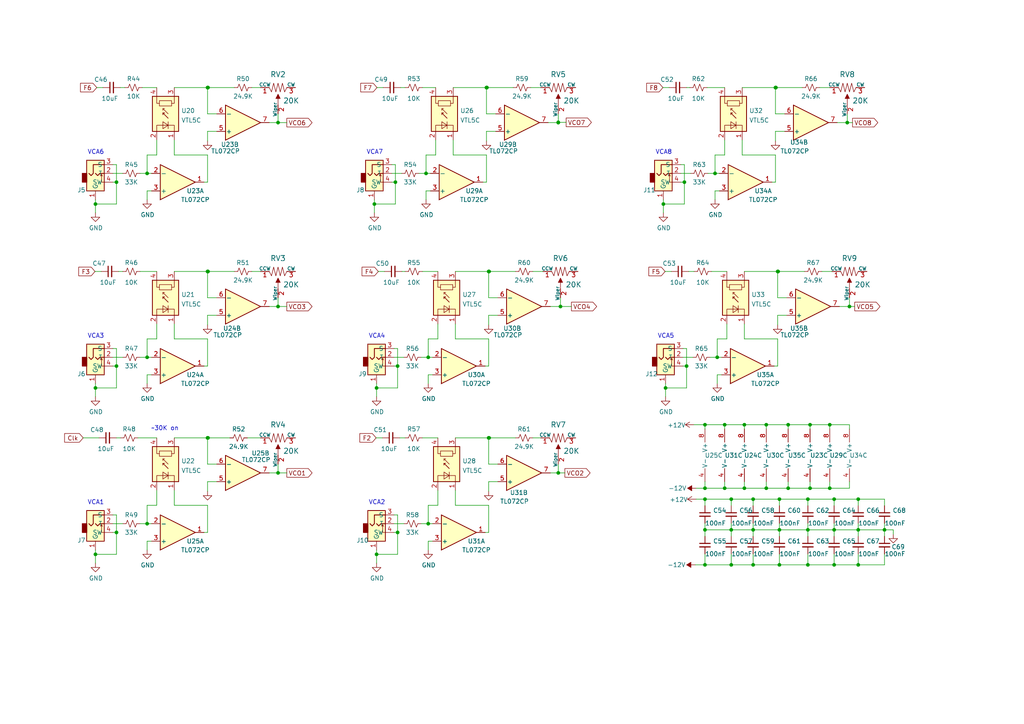
<source format=kicad_sch>
(kicad_sch (version 20211123) (generator eeschema)
  (paper "A4")
  (junction (at 33.782 52.832))
  (junction (at 115.316 154.432))
  (junction (at 248.92 153.67))
  (junction (at 225.552 78.74))
  (junction (at 33.782 154.432))
  (junction (at 141.859 127))
  (junction (at 241.935 144.78))
  (junction (at 161.925 35.4881))
  (junction (at 234.95 141.605))
  (junction (at 60.325 25.4))
  (junction (at 141.732 78.74))
  (junction (at 218.44 153.67))
  (junction (at 162.56 88.9))
  (junction (at 161.925 35.56))
  (junction (at 27.686 112.522))
  (junction (at 212.09 144.78))
  (junction (at 60.198 127))
  (junction (at 215.9 123.19))
  (junction (at 124.206 151.892))
  (junction (at 27.686 160.782))
  (junction (at 193.04 112.522))
  (junction (at 141.732 127))
  (junction (at 248.92 163.83))
  (junction (at 192.405 59.182))
  (junction (at 204.47 144.78))
  (junction (at 246.38 88.9))
  (junction (at 204.47 153.67))
  (junction (at 80.645 35.56))
  (junction (at 141.859 78.74))
  (junction (at 33.782 106.172))
  (junction (at 124.206 103.632))
  (junction (at 228.6 123.19))
  (junction (at 161.925 137.16))
  (junction (at 60.325 78.74))
  (junction (at 241.935 153.67))
  (junction (at 80.645 88.9))
  (junction (at 245.745 35.56))
  (junction (at 42.672 103.632))
  (junction (at 115.316 106.172))
  (junction (at 109.22 112.522))
  (junction (at 226.06 153.67))
  (junction (at 141.224 25.4))
  (junction (at 80.645 137.16))
  (junction (at 60.325 127))
  (junction (at 222.25 141.605))
  (junction (at 207.391 50.292))
  (junction (at 199.136 106.172))
  (junction (at 42.672 50.292))
  (junction (at 215.9 141.605))
  (junction (at 198.501 52.832))
  (junction (at 218.44 144.78))
  (junction (at 204.47 123.19))
  (junction (at 222.25 123.19))
  (junction (at 234.315 144.78))
  (junction (at 114.681 52.832))
  (junction (at 234.315 163.83))
  (junction (at 226.06 144.78))
  (junction (at 204.47 141.605))
  (junction (at 27.686 59.182))
  (junction (at 60.198 78.74))
  (junction (at 208.026 103.632))
  (junction (at 212.09 163.83))
  (junction (at 224.917 25.4))
  (junction (at 109.22 160.782))
  (junction (at 212.09 153.67))
  (junction (at 234.95 123.19))
  (junction (at 225.679 78.74))
  (junction (at 248.92 144.78))
  (junction (at 256.54 153.67))
  (junction (at 226.06 163.83))
  (junction (at 225.044 25.4))
  (junction (at 234.315 153.67))
  (junction (at 210.185 123.19))
  (junction (at 108.585 59.182))
  (junction (at 123.571 50.292))
  (junction (at 241.935 163.83))
  (junction (at 210.185 141.605))
  (junction (at 228.6 141.605))
  (junction (at 240.665 123.19))
  (junction (at 218.44 163.83))
  (junction (at 42.672 151.892))
  (junction (at 240.665 141.605))
  (junction (at 204.47 163.83))
  (junction (at 141.097 25.4))
  (junction (at 60.198 25.4))
  (wire (pts (xy 240.665 123.19) (xy 240.665 124.46)))
  (wire (pts (xy 225.552 86.36) (xy 228.219 86.36)))
  (wire (pts (xy 159.004 35.56) (xy 161.925 35.56)))
  (wire (pts (xy 204.47 123.19) (xy 210.185 123.19)))
  (wire (pts (xy 114.3 101.092) (xy 115.316 101.092)))
  (wire (pts (xy 32.766 47.752) (xy 33.782 47.752)))
  (wire (pts (xy 60.198 38.1) (xy 62.865 38.1)))
  (wire (pts (xy 226.06 144.78) (xy 226.06 146.685)))
  (wire (pts (xy 32.766 154.432) (xy 33.782 154.432)))
  (wire (pts (xy 140.716 106.172) (xy 141.732 106.172)))
  (wire (pts (xy 212.09 151.765) (xy 212.09 153.67)))
  (wire (pts (xy 225.552 98.298) (xy 225.552 106.172)))
  (wire (pts (xy 131.445 40.64) (xy 131.445 44.958)))
  (wire (pts (xy 122.555 127) (xy 127 127)))
  (wire (pts (xy 33.782 101.092) (xy 33.782 106.172)))
  (wire (pts (xy 27.686 159.512) (xy 27.686 160.782)))
  (wire (pts (xy 226.06 153.67) (xy 234.315 153.67)))
  (wire (pts (xy 42.672 146.558) (xy 42.672 151.892)))
  (wire (pts (xy 225.552 91.44) (xy 225.552 94.234)))
  (wire (pts (xy 234.95 139.7) (xy 234.95 141.605)))
  (wire (pts (xy 259.08 154.94) (xy 259.08 153.67)))
  (wire (pts (xy 215.9 123.19) (xy 215.9 124.46)))
  (wire (pts (xy 223.901 52.832) (xy 224.917 52.832)))
  (wire (pts (xy 141.732 86.36) (xy 144.399 86.36)))
  (wire (pts (xy 80.645 137.16) (xy 83.185 137.16)))
  (wire (pts (xy 71.755 127) (xy 75.565 127)))
  (wire (pts (xy 114.3 154.432) (xy 115.316 154.432)))
  (wire (pts (xy 27.559 78.74) (xy 29.337 78.74)))
  (wire (pts (xy 124.206 159.512) (xy 124.206 156.972)))
  (wire (pts (xy 192.278 25.4) (xy 194.056 25.4)))
  (wire (pts (xy 141.097 38.1) (xy 143.764 38.1)))
  (wire (pts (xy 40.64 50.292) (xy 42.672 50.292)))
  (wire (pts (xy 218.44 153.67) (xy 226.06 153.67)))
  (wire (pts (xy 50.546 146.558) (xy 60.198 146.558)))
  (wire (pts (xy 234.95 123.19) (xy 240.665 123.19)))
  (wire (pts (xy 218.44 153.67) (xy 218.44 155.575)))
  (wire (pts (xy 259.08 153.67) (xy 256.54 153.67)))
  (wire (pts (xy 33.782 160.782) (xy 27.686 160.782)))
  (wire (pts (xy 225.552 78.74) (xy 225.679 78.74)))
  (wire (pts (xy 246.38 88.9) (xy 246.38 86.36)))
  (wire (pts (xy 234.315 163.83) (xy 241.935 163.83)))
  (wire (pts (xy 208.026 111.252) (xy 208.026 108.712)))
  (wire (pts (xy 45.466 93.98) (xy 45.466 98.298)))
  (wire (pts (xy 42.672 57.912) (xy 42.672 55.372)))
  (wire (pts (xy 126.365 44.958) (xy 123.571 44.958)))
  (wire (pts (xy 222.25 123.19) (xy 222.25 124.46)))
  (wire (pts (xy 154.559 127) (xy 156.845 127)))
  (wire (pts (xy 197.485 47.752) (xy 198.501 47.752)))
  (wire (pts (xy 215.265 40.64) (xy 215.265 44.958)))
  (wire (pts (xy 234.95 123.19) (xy 234.95 124.46)))
  (wire (pts (xy 127 142.24) (xy 127 146.558)))
  (wire (pts (xy 208.026 98.298) (xy 208.026 103.632)))
  (wire (pts (xy 115.316 160.782) (xy 109.22 160.782)))
  (wire (pts (xy 27.686 57.912) (xy 27.686 59.182)))
  (wire (pts (xy 210.82 98.298) (xy 208.026 98.298)))
  (wire (pts (xy 33.782 149.352) (xy 33.782 154.432)))
  (wire (pts (xy 80.645 88.9) (xy 80.645 86.36)))
  (wire (pts (xy 141.097 33.02) (xy 143.764 33.02)))
  (wire (pts (xy 141.732 127) (xy 141.732 134.62)))
  (wire (pts (xy 201.93 141.605) (xy 204.47 141.605)))
  (wire (pts (xy 198.12 101.092) (xy 199.136 101.092)))
  (wire (pts (xy 124.206 111.252) (xy 124.206 108.712)))
  (wire (pts (xy 122.555 78.74) (xy 127 78.74)))
  (wire (pts (xy 204.47 144.78) (xy 204.47 146.685)))
  (wire (pts (xy 113.665 47.752) (xy 114.681 47.752)))
  (wire (pts (xy 248.92 153.67) (xy 248.92 155.575)))
  (wire (pts (xy 115.951 127) (xy 117.475 127)))
  (wire (pts (xy 215.9 78.74) (xy 225.552 78.74)))
  (wire (pts (xy 116.205 25.4) (xy 117.475 25.4)))
  (wire (pts (xy 234.315 160.655) (xy 234.315 163.83)))
  (wire (pts (xy 40.64 103.632) (xy 42.672 103.632)))
  (wire (pts (xy 67.945 78.74) (xy 60.325 78.74)))
  (wire (pts (xy 114.681 47.752) (xy 114.681 52.832)))
  (wire (pts (xy 224.917 25.4) (xy 225.044 25.4)))
  (wire (pts (xy 215.9 98.298) (xy 225.552 98.298)))
  (wire (pts (xy 207.391 57.912) (xy 207.391 55.372)))
  (wire (pts (xy 241.935 160.655) (xy 241.935 163.83)))
  (wire (pts (xy 224.917 38.1) (xy 224.917 40.894)))
  (wire (pts (xy 80.645 35.56) (xy 83.185 35.56)))
  (wire (pts (xy 164.2012 35.4881) (xy 161.925 35.4881)))
  (wire (pts (xy 114.3 151.892) (xy 117.094 151.892)))
  (wire (pts (xy 127 146.558) (xy 124.206 146.558)))
  (wire (pts (xy 204.47 144.78) (xy 212.09 144.78)))
  (wire (pts (xy 245.745 35.56) (xy 247.269 35.56)))
  (wire (pts (xy 218.44 160.655) (xy 218.44 163.83)))
  (wire (pts (xy 232.664 25.4) (xy 225.044 25.4)))
  (wire (pts (xy 226.06 163.83) (xy 234.315 163.83)))
  (wire (pts (xy 60.198 127) (xy 60.325 127)))
  (wire (pts (xy 198.501 52.832) (xy 198.501 59.182)))
  (wire (pts (xy 141.732 139.7) (xy 141.732 142.494)))
  (wire (pts (xy 205.994 103.632) (xy 208.026 103.632)))
  (wire (pts (xy 27.686 111.252) (xy 27.686 112.522)))
  (wire (pts (xy 73.025 25.4) (xy 75.565 25.4)))
  (wire (pts (xy 248.92 151.765) (xy 248.92 153.67)))
  (wire (pts (xy 240.665 141.605) (xy 246.38 141.605)))
  (wire (pts (xy 50.546 93.98) (xy 50.546 98.298)))
  (wire (pts (xy 256.54 144.78) (xy 256.54 146.685)))
  (wire (pts (xy 34.925 25.4) (xy 36.195 25.4)))
  (wire (pts (xy 212.09 153.67) (xy 212.09 155.575)))
  (wire (pts (xy 241.935 144.78) (xy 248.92 144.78)))
  (wire (pts (xy 123.571 44.958) (xy 123.571 50.292)))
  (wire (pts (xy 131.445 44.958) (xy 141.097 44.958)))
  (wire (pts (xy 40.64 151.892) (xy 42.672 151.892)))
  (wire (pts (xy 42.672 55.372) (xy 43.942 55.372)))
  (wire (pts (xy 78.105 137.16) (xy 80.645 137.16)))
  (wire (pts (xy 60.198 78.74) (xy 60.325 78.74)))
  (wire (pts (xy 122.555 25.4) (xy 126.365 25.4)))
  (wire (pts (xy 222.25 123.19) (xy 228.6 123.19)))
  (wire (pts (xy 210.185 40.64) (xy 210.185 44.958)))
  (wire (pts (xy 204.47 151.765) (xy 204.47 153.67)))
  (wire (pts (xy 50.546 44.958) (xy 60.198 44.958)))
  (wire (pts (xy 234.95 141.605) (xy 240.665 141.605)))
  (wire (pts (xy 124.206 108.712) (xy 125.476 108.712)))
  (wire (pts (xy 204.47 163.83) (xy 212.09 163.83)))
  (wire (pts (xy 80.645 137.16) (xy 80.645 134.62)))
  (wire (pts (xy 198.12 103.632) (xy 200.914 103.632)))
  (wire (pts (xy 50.546 78.74) (xy 60.198 78.74)))
  (wire (pts (xy 132.08 98.298) (xy 141.732 98.298)))
  (wire (pts (xy 233.299 78.74) (xy 225.679 78.74)))
  (wire (pts (xy 32.766 52.832) (xy 33.782 52.832)))
  (wire (pts (xy 60.198 25.4) (xy 60.325 25.4)))
  (wire (pts (xy 127 93.98) (xy 127 98.298)))
  (wire (pts (xy 240.665 139.7) (xy 240.665 141.605)))
  (wire (pts (xy 199.771 78.74) (xy 201.295 78.74)))
  (wire (pts (xy 50.546 40.64) (xy 50.546 44.958)))
  (wire (pts (xy 109.728 78.74) (xy 111.506 78.74)))
  (wire (pts (xy 32.766 106.172) (xy 33.782 106.172)))
  (wire (pts (xy 225.552 78.74) (xy 225.552 86.36)))
  (wire (pts (xy 115.316 106.172) (xy 115.316 112.522)))
  (wire (pts (xy 109.22 111.252) (xy 109.22 112.522)))
  (wire (pts (xy 33.782 106.172) (xy 33.782 112.522)))
  (wire (pts (xy 224.917 25.4) (xy 224.917 33.02)))
  (wire (pts (xy 33.782 154.432) (xy 33.782 160.782)))
  (wire (pts (xy 109.22 112.522) (xy 109.22 115.062)))
  (wire (pts (xy 198.501 47.752) (xy 198.501 52.832)))
  (wire (pts (xy 60.198 91.44) (xy 62.865 91.44)))
  (wire (pts (xy 240.665 123.19) (xy 246.38 123.19)))
  (wire (pts (xy 50.546 25.4) (xy 60.198 25.4)))
  (wire (pts (xy 59.182 52.832) (xy 60.198 52.832)))
  (wire (pts (xy 124.206 151.892) (xy 125.476 151.892)))
  (wire (pts (xy 27.686 112.522) (xy 27.686 115.062)))
  (wire (pts (xy 215.265 25.4) (xy 224.917 25.4)))
  (wire (pts (xy 162.56 88.9) (xy 165.735 88.9)))
  (wire (pts (xy 192.913 78.74) (xy 194.691 78.74)))
  (wire (pts (xy 248.92 144.78) (xy 256.54 144.78)))
  (wire (pts (xy 60.198 98.298) (xy 60.198 106.172)))
  (wire (pts (xy 45.466 98.298) (xy 42.672 98.298)))
  (wire (pts (xy 226.06 151.765) (xy 226.06 153.67)))
  (wire (pts (xy 109.22 160.782) (xy 109.22 163.322)))
  (wire (pts (xy 40.64 78.74) (xy 45.466 78.74)))
  (wire (pts (xy 141.097 38.1) (xy 141.097 40.894)))
  (wire (pts (xy 243.459 88.9) (xy 246.38 88.9)))
  (wire (pts (xy 199.136 101.092) (xy 199.136 106.172)))
  (wire (pts (xy 215.9 93.98) (xy 215.9 98.298)))
  (wire (pts (xy 28.067 25.4) (xy 29.845 25.4)))
  (wire (pts (xy 224.917 44.958) (xy 224.917 52.832)))
  (wire (pts (xy 246.38 139.7) (xy 246.38 141.605)))
  (wire (pts (xy 218.44 163.83) (xy 226.06 163.83)))
  (wire (pts (xy 132.08 93.98) (xy 132.08 98.298)))
  (wire (pts (xy 208.026 108.712) (xy 209.296 108.712)))
  (wire (pts (xy 228.6 141.605) (xy 234.95 141.605)))
  (wire (pts (xy 109.22 159.512) (xy 109.22 160.782)))
  (wire (pts (xy 109.347 25.4) (xy 111.125 25.4)))
  (wire (pts (xy 123.571 50.292) (xy 124.841 50.292)))
  (wire (pts (xy 201.93 144.78) (xy 204.47 144.78)))
  (wire (pts (xy 212.09 144.78) (xy 218.44 144.78)))
  (wire (pts (xy 33.782 127) (xy 34.925 127)))
  (wire (pts (xy 161.925 137.16) (xy 161.925 134.62)))
  (wire (pts (xy 60.198 38.1) (xy 60.198 40.894)))
  (wire (pts (xy 210.82 93.98) (xy 210.82 98.298)))
  (wire (pts (xy 114.3 149.352) (xy 115.316 149.352)))
  (wire (pts (xy 132.08 127) (xy 141.732 127)))
  (wire (pts (xy 193.04 112.522) (xy 193.04 115.062)))
  (wire (pts (xy 32.766 103.632) (xy 35.56 103.632)))
  (wire (pts (xy 210.185 123.19) (xy 210.185 124.46)))
  (wire (pts (xy 32.766 101.092) (xy 33.782 101.092)))
  (wire (pts (xy 60.198 91.44) (xy 60.198 94.234)))
  (wire (pts (xy 42.672 50.292) (xy 43.942 50.292)))
  (wire (pts (xy 141.097 25.4) (xy 141.097 33.02)))
  (wire (pts (xy 204.47 123.19) (xy 204.47 124.46)))
  (wire (pts (xy 115.316 154.432) (xy 115.316 160.782)))
  (wire (pts (xy 234.315 144.78) (xy 241.935 144.78)))
  (wire (pts (xy 114.3 106.172) (xy 115.316 106.172)))
  (wire (pts (xy 115.316 112.522) (xy 109.22 112.522)))
  (wire (pts (xy 204.47 139.7) (xy 204.47 141.605)))
  (wire (pts (xy 224.917 38.1) (xy 227.584 38.1)))
  (wire (pts (xy 241.935 151.765) (xy 241.935 153.67)))
  (wire (pts (xy 42.672 108.712) (xy 43.942 108.712)))
  (wire (pts (xy 123.571 57.912) (xy 123.571 55.372)))
  (wire (pts (xy 108.585 59.182) (xy 108.585 61.722)))
  (wire (pts (xy 141.732 91.44) (xy 144.399 91.44)))
  (wire (pts (xy 24.13 127) (xy 28.702 127)))
  (wire (pts (xy 218.44 144.78) (xy 226.06 144.78)))
  (wire (pts (xy 127 98.298) (xy 124.206 98.298)))
  (wire (pts (xy 45.466 146.558) (xy 42.672 146.558)))
  (wire (pts (xy 241.935 153.67) (xy 248.92 153.67)))
  (wire (pts (xy 126.365 40.64) (xy 126.365 44.958)))
  (wire (pts (xy 32.766 151.892) (xy 35.56 151.892)))
  (wire (pts (xy 27.686 160.782) (xy 27.686 163.322)))
  (wire (pts (xy 32.766 50.292) (xy 35.56 50.292)))
  (wire (pts (xy 141.097 25.4) (xy 141.224 25.4)))
  (wire (pts (xy 234.315 153.67) (xy 241.935 153.67)))
  (wire (pts (xy 42.672 111.252) (xy 42.672 108.712)))
  (wire (pts (xy 114.681 59.182) (xy 108.585 59.182)))
  (wire (pts (xy 256.54 153.67) (xy 256.54 155.575)))
  (wire (pts (xy 78.105 88.9) (xy 80.645 88.9)))
  (wire (pts (xy 45.466 142.24) (xy 45.466 146.558)))
  (wire (pts (xy 42.672 98.298) (xy 42.672 103.632)))
  (wire (pts (xy 60.198 139.7) (xy 60.198 142.494)))
  (wire (pts (xy 60.198 139.7) (xy 62.865 139.7)))
  (wire (pts (xy 237.744 25.4) (xy 240.665 25.4)))
  (wire (pts (xy 234.315 153.67) (xy 234.315 155.575)))
  (wire (pts (xy 50.546 127) (xy 60.198 127)))
  (wire (pts (xy 228.6 123.19) (xy 228.6 124.46)))
  (wire (pts (xy 73.025 78.74) (xy 75.565 78.74)))
  (wire (pts (xy 60.198 78.74) (xy 60.198 86.36)))
  (wire (pts (xy 205.105 25.4) (xy 210.185 25.4)))
  (wire (pts (xy 42.672 151.892) (xy 43.942 151.892)))
  (wire (pts (xy 148.844 25.4) (xy 141.224 25.4)))
  (wire (pts (xy 124.206 103.632) (xy 125.476 103.632)))
  (wire (pts (xy 192.405 57.912) (xy 192.405 59.182)))
  (wire (pts (xy 241.935 153.67) (xy 241.935 155.575)))
  (wire (pts (xy 109.093 127) (xy 110.871 127)))
  (wire (pts (xy 215.9 141.605) (xy 222.25 141.605)))
  (wire (pts (xy 141.732 139.7) (xy 144.399 139.7)))
  (wire (pts (xy 197.485 50.292) (xy 200.279 50.292)))
  (wire (pts (xy 201.676 163.83) (xy 204.47 163.83)))
  (wire (pts (xy 141.097 44.958) (xy 141.097 52.832)))
  (wire (pts (xy 198.501 59.182) (xy 192.405 59.182)))
  (wire (pts (xy 207.391 44.958) (xy 207.391 50.292)))
  (wire (pts (xy 222.25 139.7) (xy 222.25 141.605)))
  (wire (pts (xy 162.56 88.9) (xy 162.56 86.36)))
  (wire (pts (xy 241.935 144.78) (xy 241.935 146.685)))
  (wire (pts (xy 131.445 25.4) (xy 141.097 25.4)))
  (wire (pts (xy 141.732 146.558) (xy 141.732 154.432)))
  (wire (pts (xy 215.9 123.19) (xy 222.25 123.19)))
  (wire (pts (xy 122.174 103.632) (xy 124.206 103.632)))
  (wire (pts (xy 159.639 137.16) (xy 161.925 137.16)))
  (wire (pts (xy 228.6 139.7) (xy 228.6 141.605)))
  (wire (pts (xy 204.47 153.67) (xy 204.47 155.575)))
  (wire (pts (xy 42.672 44.958) (xy 42.672 50.292)))
  (wire (pts (xy 248.92 144.78) (xy 248.92 146.685)))
  (wire (pts (xy 60.198 146.558) (xy 60.198 154.432)))
  (wire (pts (xy 199.136 25.4) (xy 200.025 25.4)))
  (wire (pts (xy 154.559 78.74) (xy 157.48 78.74)))
  (wire (pts (xy 50.546 142.24) (xy 50.546 146.558)))
  (wire (pts (xy 215.265 44.958) (xy 224.917 44.958)))
  (wire (pts (xy 45.466 44.958) (xy 42.672 44.958)))
  (wire (pts (xy 33.782 52.832) (xy 33.782 59.182)))
  (wire (pts (xy 113.665 50.292) (xy 116.459 50.292)))
  (wire (pts (xy 115.316 149.352) (xy 115.316 154.432)))
  (wire (pts (xy 159.639 88.9) (xy 162.56 88.9)))
  (wire (pts (xy 224.536 106.172) (xy 225.552 106.172)))
  (wire (pts (xy 226.06 160.655) (xy 226.06 163.83)))
  (wire (pts (xy 33.782 59.182) (xy 27.686 59.182)))
  (wire (pts (xy 115.316 101.092) (xy 115.316 106.172)))
  (wire (pts (xy 42.672 103.632) (xy 43.942 103.632)))
  (wire (pts (xy 210.185 141.605) (xy 215.9 141.605)))
  (wire (pts (xy 116.586 78.74) (xy 117.475 78.74)))
  (wire (pts (xy 141.732 78.74) (xy 141.859 78.74)))
  (wire (pts (xy 80.645 35.56) (xy 80.645 33.02)))
  (wire (pts (xy 60.198 25.4) (xy 60.198 33.02)))
  (wire (pts (xy 161.925 35.4881) (xy 161.925 35.56)))
  (wire (pts (xy 78.105 35.56) (xy 80.645 35.56)))
  (wire (pts (xy 246.38 88.9) (xy 247.904 88.9)))
  (wire (pts (xy 132.08 78.74) (xy 141.732 78.74)))
  (wire (pts (xy 215.9 139.7) (xy 215.9 141.605)))
  (wire (pts (xy 59.182 154.432) (xy 60.198 154.432)))
  (wire (pts (xy 226.06 153.67) (xy 226.06 155.575)))
  (wire (pts (xy 210.185 123.19) (xy 215.9 123.19)))
  (wire (pts (xy 207.391 55.372) (xy 208.661 55.372)))
  (wire (pts (xy 256.54 160.655) (xy 256.54 163.83)))
  (wire (pts (xy 222.25 141.605) (xy 228.6 141.605)))
  (wire (pts (xy 60.198 127) (xy 60.198 134.62)))
  (wire (pts (xy 208.026 103.632) (xy 209.296 103.632)))
  (wire (pts (xy 248.92 160.655) (xy 248.92 163.83)))
  (wire (pts (xy 248.92 163.83) (xy 256.54 163.83)))
  (wire (pts (xy 224.917 33.02) (xy 227.584 33.02)))
  (wire (pts (xy 50.546 98.298) (xy 60.198 98.298)))
  (wire (pts (xy 212.09 144.78) (xy 212.09 146.685)))
  (wire (pts (xy 197.485 52.832) (xy 198.501 52.832)))
  (wire (pts (xy 234.315 144.78) (xy 234.315 146.685)))
  (wire (pts (xy 201.295 123.19) (xy 204.47 123.19)))
  (wire (pts (xy 132.08 142.24) (xy 132.08 146.558)))
  (wire (pts (xy 149.479 127) (xy 141.859 127)))
  (wire (pts (xy 226.06 144.78) (xy 234.315 144.78)))
  (wire (pts (xy 192.405 59.182) (xy 192.405 61.722)))
  (wire (pts (xy 245.745 35.56) (xy 245.745 33.02)))
  (wire (pts (xy 218.44 151.765) (xy 218.44 153.67)))
  (wire (pts (xy 45.466 40.64) (xy 45.466 44.958)))
  (wire (pts (xy 199.136 112.522) (xy 193.04 112.522)))
  (wire (pts (xy 141.732 98.298) (xy 141.732 106.172)))
  (wire (pts (xy 60.198 44.958) (xy 60.198 52.832)))
  (wire (pts (xy 241.935 163.83) (xy 248.92 163.83)))
  (wire (pts (xy 248.92 153.67) (xy 256.54 153.67)))
  (wire (pts (xy 42.672 156.972) (xy 43.942 156.972)))
  (wire (pts (xy 212.09 163.83) (xy 218.44 163.83)))
  (wire (pts (xy 212.09 153.67) (xy 218.44 153.67)))
  (wire (pts (xy 66.675 127) (xy 60.325 127)))
  (wire (pts (xy 67.945 25.4) (xy 60.325 25.4)))
  (wire (pts (xy 199.136 106.172) (xy 199.136 112.522)))
  (wire (pts (xy 234.315 151.765) (xy 234.315 153.67)))
  (wire (pts (xy 27.686 59.182) (xy 27.686 61.722)))
  (wire (pts (xy 123.571 55.372) (xy 124.841 55.372)))
  (wire (pts (xy 124.206 98.298) (xy 124.206 103.632)))
  (wire (pts (xy 161.925 33.02) (xy 161.925 35.4881)))
  (wire (pts (xy 33.782 47.752) (xy 33.782 52.832)))
  (wire (pts (xy 204.47 141.605) (xy 210.185 141.605)))
  (wire (pts (xy 141.732 134.62) (xy 144.399 134.62)))
  (wire (pts (xy 228.6 123.19) (xy 234.95 123.19)))
  (wire (pts (xy 40.005 127) (xy 45.466 127)))
  (wire (pts (xy 193.04 111.252) (xy 193.04 112.522)))
  (wire (pts (xy 122.174 151.892) (xy 124.206 151.892)))
  (wire (pts (xy 198.12 106.172) (xy 199.136 106.172)))
  (wire (pts (xy 124.206 156.972) (xy 125.476 156.972)))
  (wire (pts (xy 212.09 160.655) (xy 212.09 163.83)))
  (wire (pts (xy 238.379 78.74) (xy 241.3 78.74)))
  (wire (pts (xy 41.275 25.4) (xy 45.466 25.4)))
  (wire (pts (xy 33.782 112.522) (xy 27.686 112.522)))
  (wire (pts (xy 242.824 35.56) (xy 245.745 35.56)))
  (wire (pts (xy 60.198 86.36) (xy 62.865 86.36)))
  (wire (pts (xy 113.665 52.832) (xy 114.681 52.832)))
  (wire (pts (xy 225.552 91.44) (xy 228.219 91.44)))
  (wire (pts (xy 32.766 149.352) (xy 33.782 149.352)))
  (wire (pts (xy 141.732 127) (xy 141.859 127)))
  (wire (pts (xy 205.359 50.292) (xy 207.391 50.292)))
  (wire (pts (xy 161.925 137.16) (xy 163.83 137.16)))
  (wire (pts (xy 124.206 146.558) (xy 124.206 151.892)))
  (wire (pts (xy 246.38 123.19) (xy 246.38 124.46)))
  (wire (pts (xy 114.681 52.832) (xy 114.681 59.182)))
  (wire (pts (xy 210.185 139.7) (xy 210.185 141.605)))
  (wire (pts (xy 141.732 91.44) (xy 141.732 94.234)))
  (wire (pts (xy 141.732 78.74) (xy 141.732 86.36)))
  (wire (pts (xy 121.539 50.292) (xy 123.571 50.292)))
  (wire (pts (xy 140.716 154.432) (xy 141.732 154.432)))
  (wire (pts (xy 60.198 134.62) (xy 62.865 134.62)))
  (wire (pts (xy 218.44 144.78) (xy 218.44 146.685)))
  (wire (pts (xy 59.182 106.172) (xy 60.198 106.172)))
  (wire (pts (xy 108.585 57.912) (xy 108.585 59.182)))
  (wire (pts (xy 42.672 159.512) (xy 42.672 156.972)))
  (wire (pts (xy 204.47 153.67) (xy 212.09 153.67)))
  (wire (pts (xy 206.375 78.74) (xy 210.82 78.74)))
  (wire (pts (xy 114.3 103.632) (xy 117.094 103.632)))
  (wire (pts (xy 132.08 146.558) (xy 141.732 146.558)))
  (wire (pts (xy 60.198 33.02) (xy 62.865 33.02)))
  (wire (pts (xy 149.479 78.74) (xy 141.859 78.74)))
  (wire (pts (xy 256.54 151.765) (xy 256.54 153.67)))
  (wire (pts (xy 210.185 44.958) (xy 207.391 44.958)))
  (wire (pts (xy 204.47 160.655) (xy 204.47 163.83)))
  (wire (pts (xy 80.645 88.9) (xy 83.185 88.9)))
  (wire (pts (xy 140.081 52.832) (xy 141.097 52.832)))
  (wire (pts (xy 207.391 50.292) (xy 208.661 50.292)))
  (wire (pts (xy 34.417 78.74) (xy 35.56 78.74)))
  (wire (pts (xy 153.924 25.4) (xy 156.845 25.4)))
  (text "VCA5" (at 195.58 98.298 180) (effects (font (size 1.27 1.27)) (justify right bottom)))
  (text "VCA1" (at 30.226 146.558 180) (effects (font (size 1.27 1.27)) (justify right bottom)))
  (text "VCA8" (at 194.945 44.958 180) (effects (font (size 1.27 1.27)) (justify right bottom)))
  (text "VCA2" (at 111.76 146.558 180) (effects (font (size 1.27 1.27)) (justify right bottom)))
  (text "VCA7" (at 111.125 44.958 180) (effects (font (size 1.27 1.27)) (justify right bottom)))
  (text "VCA3" (at 30.226 98.298 180) (effects (font (size 1.27 1.27)) (justify right bottom)))
  (text "VCA4" (at 111.76 98.298 180) (effects (font (size 1.27 1.27)) (justify right bottom)))
  (text "VCA6" (at 30.226 44.958 180) (effects (font (size 1.27 1.27)) (justify right bottom)))
  (text "~30K on" (at 43.815 125.095 0) (effects (font (size 1.27 1.27)) (justify left bottom)))
  (global_label "VCO2" (shape output) (at 163.83 137.16 0) (property "Intersheet References" "${INTERSHEET_REFS}" (effects hide)))
  (global_label "F6" (shape input) (at 28.067 25.4 180) (property "Intersheet References" "${INTERSHEET_REFS}" (effects hide)))
  (global_label "F4" (shape input) (at 109.728 78.74 180) (property "Intersheet References" "${INTERSHEET_REFS}" (effects hide)))
  (global_label "VCO7" (shape output) (at 164.2012 35.4881 0) (property "Intersheet References" "${INTERSHEET_REFS}" (effects hide)))
  (global_label "VCO8" (shape output) (at 247.269 35.56 0) (property "Intersheet References" "${INTERSHEET_REFS}" (effects hide)))
  (global_label "F2" (shape input) (at 109.093 127 180) (property "Intersheet References" "${INTERSHEET_REFS}" (effects hide)))
  (global_label "F8" (shape input) (at 192.278 25.4 180) (property "Intersheet References" "${INTERSHEET_REFS}" (effects hide)))
  (global_label "VCO3" (shape output) (at 83.185 88.9 0) (property "Intersheet References" "${INTERSHEET_REFS}" (effects hide)))
  (global_label "Clk" (shape input) (at 24.13 127 180) (property "Intersheet References" "${INTERSHEET_REFS}" (effects hide)))
  (global_label "VCO6" (shape output) (at 83.185 35.56 0) (property "Intersheet References" "${INTERSHEET_REFS}" (effects hide)))
  (global_label "F5" (shape input) (at 192.913 78.74 180) (property "Intersheet References" "${INTERSHEET_REFS}" (effects hide)))
  (global_label "VCO1" (shape output) (at 83.185 137.16 0) (property "Intersheet References" "${INTERSHEET_REFS}" (effects hide)))
  (global_label "VCO5" (shape output) (at 247.904 88.9 0) (property "Intersheet References" "${INTERSHEET_REFS}" (effects hide)))
  (global_label "F7" (shape input) (at 109.347 25.4 180) (property "Intersheet References" "${INTERSHEET_REFS}" (effects hide)))
  (global_label "F3" (shape input) (at 27.559 78.74 180) (property "Intersheet References" "${INTERSHEET_REFS}" (effects hide)))
  (global_label "VCO4" (shape output) (at 165.735 88.9 0) (property "Intersheet References" "${INTERSHEET_REFS}" (effects hide)))
  (symbol (lib_id "Device:C_Small") (at 113.411 127 90) (unit 1)
    (property "Reference" "C51" (at 112.2426 124.6632 90) (effects (justify left)))
    (property "Value" "10uF" (at 115.316 130.175 90) (effects (justify left)))
    (property "Footprint" "Capacitor_SMD:C_0805_2012Metric_Pad1.18x1.45mm_HandSolder" (effects hide))
    (property "Datasheet" "http://datasheets.avx.com/SR-Series.pdf" (effects hide))
    (property "Digi-Key Part" "478-10836-1-ND" (effects hide))
    (property "LCSC Part #" "C117956" (effects hide))
  )
  (symbol (lib_id "Device:C_Small") (at 197.231 78.74 90) (unit 1)
    (property "Reference" "C53" (at 196.0626 76.4032 90) (effects (justify left)))
    (property "Value" "10uF" (at 199.136 81.915 90) (effects (justify left)))
    (property "Footprint" "Capacitor_SMD:C_0805_2012Metric_Pad1.18x1.45mm_HandSolder" (effects hide))
    (property "Datasheet" "http://datasheets.avx.com/SR-Series.pdf" (effects hide))
    (property "Digi-Key Part" "478-10836-1-ND" (effects hide))
    (property "LCSC Part #" "C117956" (effects hide))
  )
  (symbol (lib_id "Device:R_Small_US") (at 37.465 127 90) (unit 1)
    (property "Reference" "R48" (at 37.465 124.46 90))
    (property "Value" "10K" (at 37.465 130.175 90))
    (property "Footprint" "Resistor_SMD:R_0603_1608Metric" (effects hide))
    (property "Digi-Key Part" "CRT0805-FZ-1002ELFCT-ND" (effects hide))
    (property "LCSC Part #" "C98220" (effects hide))
  )
  (symbol (lib_id "Amplifier_Operational:TL072") (at 133.096 106.172 0) (mirror x) (unit 1)
    (property "Reference" "U30" (at 138.176 108.712 0))
    (property "Value" "TL072CP" (at 138.176 111.252 0))
    (property "Footprint" "Package_SO:SOIC-8_3.9x4.9mm_P1.27mm" (effects hide))
    (property "Digi-Key Part" "296-1775-5-ND" (effects hide))
    (property "LCSC Part #" "C67473" (effects hide))
  )
  (symbol (lib_id "Device:C_Small") (at 248.92 158.115 0) (unit 1)
    (property "Reference" "C67" (at 251.2568 156.9466 0) (effects (justify left)))
    (property "Value" "100nF" (at 248.92 160.655 0) (effects (justify left)))
    (property "Footprint" "Capacitor_SMD:C_0805_2012Metric_Pad1.18x1.45mm_HandSolder" (effects hide))
    (property "Datasheet" "http://datasheets.avx.com/SR-Series.pdf" (effects hide))
    (property "Digi-Key Part" "478-10836-1-ND" (effects hide))
    (property "LCSC Part #" "C49678" (effects hide))
  )
  (symbol (lib_id "power:GND") (at 27.686 61.722 0) (unit 1)
    (property "Reference" "#PWR073" (effects hide))
    (property "Value" "GND" (at 27.813 66.1162 0))
  )
  (symbol (lib_id "Isolator:VTL5C") (at 129.54 86.36 270) (mirror x) (unit 1)
    (property "Reference" "U27" (at 134.112 85.4515 90) (effects (justify left)))
    (property "Value" "VTL5C" (at 134.112 88.2266 90) (effects (justify left)))
    (property "Footprint" "OptoDevice:PerkinElmer_VTL5C" (effects hide))
    (property "Datasheet" "http://www.qsl.net/wa1ion/vactrol/vactrol.pdf" (effects hide))
    (property "Digi-Key Part" "NSL-32SR3-ND" (effects hide))
  )
  (symbol (lib_id "power:GND") (at 109.22 163.322 0) (unit 1)
    (property "Reference" "#PWR087" (effects hide))
    (property "Value" "GND" (at 109.347 167.7162 0))
  )
  (symbol (lib_id "Device:R_Small_US") (at 202.565 25.4 90) (unit 1)
    (property "Reference" "R62" (at 202.565 22.86 90))
    (property "Value" "10K" (at 202.565 28.575 90))
    (property "Footprint" "Resistor_SMD:R_0603_1608Metric" (effects hide))
    (property "Digi-Key Part" "CRT0805-FZ-1002ELFCT-ND" (effects hide))
    (property "LCSC Part #" "C98220" (effects hide))
  )
  (symbol (lib_id "Device:R_Small_US") (at 120.015 127 90) (unit 1)
    (property "Reference" "R57" (at 120.015 124.46 90))
    (property "Value" "10K" (at 120.015 130.175 90))
    (property "Footprint" "Resistor_SMD:R_0603_1608Metric" (effects hide))
    (property "Digi-Key Part" "CRT0805-FZ-1002ELFCT-ND" (effects hide))
    (property "LCSC Part #" "C98220" (effects hide))
  )
  (symbol (lib_id "power:+12V") (at 201.93 144.78 90) (unit 1)
    (property "Reference" "#PWR088" (effects hide))
    (property "Value" "+12V" (at 196.85 144.907 90))
  )
  (symbol (lib_id "greenface-symbols:Molex_47257") (at 27.686 151.892 0) (unit 1)
    (property "Reference" "J7" (at 23.622 156.718 0))
    (property "Value" "3.5mm Jack" (effects hide))
    (property "Footprint" "sputterizer:Molex-0472570001" (effects hide))
    (property "Digi-Key Part" "WM17366-ND" (effects hide))
  )
  (symbol (lib_id "Amplifier_Operational:TL072") (at 235.204 35.56 0) (mirror x) (unit 2)
    (property "Reference" "U34" (at 231.775 41.275 0))
    (property "Value" "TL072CP" (at 230.505 43.815 0))
    (property "Footprint" "Package_SO:SOIC-8_3.9x4.9mm_P1.27mm" (effects hide))
    (property "Digi-Key Part" "296-1775-5-ND" (effects hide))
    (property "LCSC Part #" "C67473" (effects hide))
  )
  (symbol (lib_id "Device:C_Small") (at 234.315 149.225 0) (unit 1)
    (property "Reference" "C62" (at 236.6518 148.0566 0) (effects (justify left)))
    (property "Value" "100nF" (at 234.315 151.765 0) (effects (justify left)))
    (property "Footprint" "Capacitor_SMD:C_0805_2012Metric_Pad1.18x1.45mm_HandSolder" (effects hide))
    (property "Datasheet" "http://datasheets.avx.com/SR-Series.pdf" (effects hide))
    (property "Digi-Key Part" "478-10836-1-ND" (effects hide))
    (property "LCSC Part #" "C49678" (effects hide))
  )
  (symbol (lib_id "Device:C_Small") (at 114.046 78.74 90) (unit 1)
    (property "Reference" "C50" (at 112.8776 76.4032 90) (effects (justify left)))
    (property "Value" "10uF" (at 115.951 81.915 90) (effects (justify left)))
    (property "Footprint" "Capacitor_SMD:C_0805_2012Metric_Pad1.18x1.45mm_HandSolder" (effects hide))
    (property "Datasheet" "http://datasheets.avx.com/SR-Series.pdf" (effects hide))
    (property "Digi-Key Part" "478-10836-1-ND" (effects hide))
    (property "LCSC Part #" "C117956" (effects hide))
  )
  (symbol (lib_id "Amplifier_Operational:TL072") (at 212.725 132.08 0) (unit 3)
    (property "Reference" "U31" (at 210.185 132.08 0) (effects (justify left)))
    (property "Value" "TL072CP" (effects hide))
    (property "Footprint" "Package_SO:SOIC-8_3.9x4.9mm_P1.27mm" (effects hide))
    (property "Digi-Key Part" "296-1775-5-ND" (effects hide))
    (property "LCSC Part #" "C67473" (effects hide))
  )
  (symbol (lib_id "Amplifier_Operational:TL072") (at 152.019 137.16 0) (mirror x) (unit 2)
    (property "Reference" "U31" (at 150.495 142.875 0))
    (property "Value" "TL072CP" (at 149.225 145.415 0))
    (property "Footprint" "Package_SO:SOIC-8_3.9x4.9mm_P1.27mm" (effects hide))
    (property "Digi-Key Part" "296-1775-5-ND" (effects hide))
    (property "LCSC Part #" "C67473" (effects hide))
  )
  (symbol (lib_id "Isolator:VTL5C") (at 212.725 33.02 270) (mirror x) (unit 1)
    (property "Reference" "U32" (at 217.297 32.1115 90) (effects (justify left)))
    (property "Value" "VTL5C" (at 217.297 34.8866 90) (effects (justify left)))
    (property "Footprint" "OptoDevice:PerkinElmer_VTL5C" (effects hide))
    (property "Datasheet" "http://www.qsl.net/wa1ion/vactrol/vactrol.pdf" (effects hide))
    (property "Digi-Key Part" "NSL-32SR3-ND" (effects hide))
  )
  (symbol (lib_id "Amplifier_Operational:TL072") (at 226.06 132.08 0) (mirror y) (unit 3)
    (property "Reference" "U35" (at 231.14 132.08 0))
    (property "Value" "TL072CP" (effects hide))
    (property "Footprint" "Package_SO:SOIC-8_3.9x4.9mm_P1.27mm" (effects hide))
    (property "Datasheet" "http://www.ti.com/lit/ds/symlink/tl071.pdf" (effects hide))
    (property "LCSC Part #" "C67473" (effects hide))
    (property "Digi-Key Part" "296-1775-5-ND" (effects hide))
  )
  (symbol (lib_id "Device:R_Small_US") (at 235.204 25.4 270) (unit 1)
    (property "Reference" "R66" (at 235.204 22.86 90))
    (property "Value" "24.9K" (at 235.204 27.94 90))
    (property "Footprint" "Resistor_SMD:R_0603_1608Metric" (effects hide))
    (property "Digi-Key Part" "CRT0805-FZ-1002ELFCT-ND" (effects hide))
    (property "LCSC Part #" "C137761" (effects hide))
  )
  (symbol (lib_id "power:GND") (at 207.391 57.912 0) (unit 1)
    (property "Reference" "#PWR0101" (effects hide))
    (property "Value" "GND" (at 207.518 62.3062 0))
  )
  (symbol (lib_id "Device:R_Small_US") (at 203.835 78.74 90) (unit 1)
    (property "Reference" "R64" (at 203.835 76.2 90))
    (property "Value" "10K" (at 203.835 81.915 90))
    (property "Footprint" "Resistor_SMD:R_0603_1608Metric" (effects hide))
    (property "Digi-Key Part" "CRT0805-FZ-1002ELFCT-ND" (effects hide))
    (property "LCSC Part #" "C98220" (effects hide))
  )
  (symbol (lib_id "Isolator:VTL5C") (at 48.006 134.62 270) (mirror x) (unit 1)
    (property "Reference" "U22" (at 52.578 133.7115 90) (effects (justify left)))
    (property "Value" "VTL5C" (at 52.578 136.4866 90) (effects (justify left)))
    (property "Footprint" "OptoDevice:PerkinElmer_VTL5C" (effects hide))
    (property "Datasheet" "http://www.qsl.net/wa1ion/vactrol/vactrol.pdf" (effects hide))
    (property "Digi-Key Part" "NSL-32SR3-ND" (effects hide))
  )
  (symbol (lib_id "Device:C_Small") (at 218.44 149.225 0) (unit 1)
    (property "Reference" "C58" (at 220.7768 148.0566 0) (effects (justify left)))
    (property "Value" "100nF" (at 218.44 151.765 0) (effects (justify left)))
    (property "Footprint" "Capacitor_SMD:C_0805_2012Metric_Pad1.18x1.45mm_HandSolder" (effects hide))
    (property "Datasheet" "http://datasheets.avx.com/SR-Series.pdf" (effects hide))
    (property "Digi-Key Part" "478-10836-1-ND" (effects hide))
    (property "LCSC Part #" "C49678" (effects hide))
  )
  (symbol (lib_id "Device:R_Small_US") (at 38.1 151.892 270) (unit 1)
    (property "Reference" "R49" (at 38.1 149.352 90))
    (property "Value" "33K" (at 38.1 154.432 90))
    (property "Footprint" "Resistor_SMD:R_0603_1608Metric" (effects hide))
    (property "Digi-Key Part" "CRT0805-FZ-1002ELFCT-ND" (effects hide))
    (property "LCSC Part #" "C118369" (effects hide))
  )
  (symbol (lib_id "Device:R_Small_US") (at 38.1 103.632 270) (unit 1)
    (property "Reference" "R47" (at 38.1 101.092 90))
    (property "Value" "33K" (at 38.1 106.172 90))
    (property "Footprint" "Resistor_SMD:R_0603_1608Metric" (effects hide))
    (property "Digi-Key Part" "CRT0805-FZ-1002ELFCT-ND" (effects hide))
    (property "LCSC Part #" "C118369" (effects hide))
  )
  (symbol (lib_id "Isolator:VTL5C") (at 213.36 86.36 270) (mirror x) (unit 1)
    (property "Reference" "U33" (at 217.932 85.4515 90) (effects (justify left)))
    (property "Value" "VTL5C" (at 217.932 88.2266 90) (effects (justify left)))
    (property "Footprint" "OptoDevice:PerkinElmer_VTL5C" (effects hide))
    (property "Datasheet" "http://www.qsl.net/wa1ion/vactrol/vactrol.pdf" (effects hide))
    (property "Digi-Key Part" "NSL-32SR3-ND" (effects hide))
  )
  (symbol (lib_id "Device:C_Small") (at 218.44 158.115 0) (unit 1)
    (property "Reference" "C59" (at 220.7768 156.9466 0) (effects (justify left)))
    (property "Value" "100nF" (at 218.44 160.655 0) (effects (justify left)))
    (property "Footprint" "Capacitor_SMD:C_0805_2012Metric_Pad1.18x1.45mm_HandSolder" (effects hide))
    (property "Datasheet" "http://datasheets.avx.com/SR-Series.pdf" (effects hide))
    (property "Digi-Key Part" "478-10836-1-ND" (effects hide))
    (property "LCSC Part #" "C49678" (effects hide))
  )
  (symbol (lib_id "dk_Trimmer-Potentiometers:TC33X-2-103E") (at 245.745 25.4 0) (mirror x) (unit 1)
    (property "Reference" "RV8" (at 245.745 21.59 0) (effects (font (size 1.524 1.524))))
    (property "Value" "20K" (at 249.555 29.21 0) (effects (font (size 1.524 1.524))))
    (property "Footprint" "sputterizer:Potentiometer_Bourns_3224W_Vertical" (effects hide))
    (property "Datasheet" "https://www.bourns.com/docs/Product-Datasheets/TC33.pdf" (effects hide))
    (property "Digi-Key Part" "490-2881-ND" (effects hide))
    (property "LCSC Part #" "C55071" (effects hide))
  )
  (symbol (lib_id "Device:R_Small_US") (at 202.819 50.292 270) (unit 1)
    (property "Reference" "R63" (at 202.819 47.752 90))
    (property "Value" "33K" (at 202.819 52.832 90))
    (property "Footprint" "Resistor_SMD:R_0603_1608Metric" (effects hide))
    (property "Digi-Key Part" "CRT0805-FZ-1002ELFCT-ND" (effects hide))
    (property "LCSC Part #" "C118369" (effects hide))
  )
  (symbol (lib_id "power:GND") (at 27.686 115.062 0) (unit 1)
    (property "Reference" "#PWR074" (effects hide))
    (property "Value" "GND" (at 27.813 119.4562 0))
  )
  (symbol (lib_id "dk_Trimmer-Potentiometers:TC33X-2-103E") (at 80.645 25.4 0) (mirror x) (unit 1)
    (property "Reference" "RV2" (at 80.645 21.59 0) (effects (font (size 1.524 1.524))))
    (property "Value" "20K" (at 84.455 29.21 0) (effects (font (size 1.524 1.524))))
    (property "Footprint" "sputterizer:Potentiometer_Bourns_3224W_Vertical" (effects hide))
    (property "Datasheet" "https://www.bourns.com/docs/Product-Datasheets/TC33.pdf" (effects hide))
    (property "Digi-Key Part" "3224W-203ECT-ND" (effects hide))
    (property "LCSC Part #" "C55071" (effects hide))
  )
  (symbol (lib_id "Amplifier_Operational:TL072") (at 133.096 154.432 0) (mirror x) (unit 1)
    (property "Reference" "U31" (at 138.176 156.972 0))
    (property "Value" "TL072CP" (at 138.176 159.512 0))
    (property "Footprint" "Package_SO:SOIC-8_3.9x4.9mm_P1.27mm" (effects hide))
    (property "Digi-Key Part" "296-1775-5-ND" (effects hide))
    (property "LCSC Part #" "C67473" (effects hide))
  )
  (symbol (lib_id "Device:C_Small") (at 113.665 25.4 90) (unit 1)
    (property "Reference" "C49" (at 112.4966 23.0632 90) (effects (justify left)))
    (property "Value" "10uF" (at 115.57 28.575 90) (effects (justify left)))
    (property "Footprint" "Capacitor_SMD:C_0805_2012Metric_Pad1.18x1.45mm_HandSolder" (effects hide))
    (property "Datasheet" "http://datasheets.avx.com/SR-Series.pdf" (effects hide))
    (property "Digi-Key Part" "478-10836-1-ND" (effects hide))
    (property "LCSC Part #" "C117956" (effects hide))
  )
  (symbol (lib_id "Device:R_Small_US") (at 70.485 78.74 270) (unit 1)
    (property "Reference" "R51" (at 70.485 76.2 90))
    (property "Value" "24.9K" (at 70.485 81.28 90))
    (property "Footprint" "Resistor_SMD:R_0603_1608Metric" (effects hide))
    (property "Digi-Key Part" "CRT0805-FZ-1002ELFCT-ND" (effects hide))
    (property "LCSC Part #" "C137761" (effects hide))
  )
  (symbol (lib_id "Device:C_Small") (at 226.06 149.225 0) (unit 1)
    (property "Reference" "C60" (at 228.3968 148.0566 0) (effects (justify left)))
    (property "Value" "100nF" (at 226.06 151.765 0) (effects (justify left)))
    (property "Footprint" "Capacitor_SMD:C_0805_2012Metric_Pad1.18x1.45mm_HandSolder" (effects hide))
    (property "Datasheet" "http://datasheets.avx.com/SR-Series.pdf" (effects hide))
    (property "Digi-Key Part" "478-10836-1-ND" (effects hide))
    (property "LCSC Part #" "C49678" (effects hide))
  )
  (symbol (lib_id "Device:C_Small") (at 212.09 158.115 0) (unit 1)
    (property "Reference" "C57" (at 214.4268 156.9466 0) (effects (justify left)))
    (property "Value" "100nF" (at 212.09 160.655 0) (effects (justify left)))
    (property "Footprint" "Capacitor_SMD:C_0805_2012Metric_Pad1.18x1.45mm_HandSolder" (effects hide))
    (property "Datasheet" "http://datasheets.avx.com/SR-Series.pdf" (effects hide))
    (property "Digi-Key Part" "478-10836-1-ND" (effects hide))
    (property "LCSC Part #" "C49678" (effects hide))
  )
  (symbol (lib_id "dk_Trimmer-Potentiometers:TC33X-2-103E") (at 80.645 127 0) (mirror x) (unit 1)
    (property "Reference" "RV4" (at 80.645 123.19 0) (effects (font (size 1.524 1.524))))
    (property "Value" "20K" (at 84.455 130.81 0) (effects (font (size 1.524 1.524))))
    (property "Footprint" "sputterizer:Potentiometer_Bourns_3224W_Vertical" (effects hide))
    (property "Datasheet" "https://www.bourns.com/docs/Product-Datasheets/TC33.pdf" (effects hide))
    (property "Digi-Key Part" "490-2881-ND" (effects hide))
    (property "LCSC Part #" "C55071" (effects hide))
  )
  (symbol (lib_id "power:GND") (at 259.08 154.94 0) (unit 1)
    (property "Reference" "#PWR0107" (effects hide))
    (property "Value" "GND" (effects hide))
  )
  (symbol (lib_id "greenface-symbols:Molex_47257") (at 27.686 103.632 0) (unit 1)
    (property "Reference" "J6" (at 23.622 108.458 0))
    (property "Value" "3.5mm Jack" (effects hide))
    (property "Footprint" "sputterizer:Molex-0472570001" (effects hide))
    (property "Digi-Key Part" "WM17366-ND" (effects hide))
  )
  (symbol (lib_id "power:GND") (at 60.198 142.494 0) (unit 1)
    (property "Reference" "#PWR084" (effects hide))
    (property "Value" "GND" (effects hide))
  )
  (symbol (lib_id "Device:C_Small") (at 241.935 149.225 0) (unit 1)
    (property "Reference" "C64" (at 244.2718 148.0566 0) (effects (justify left)))
    (property "Value" "100nF" (at 241.935 151.765 0) (effects (justify left)))
    (property "Footprint" "Capacitor_SMD:C_0805_2012Metric_Pad1.18x1.45mm_HandSolder" (effects hide))
    (property "Datasheet" "http://datasheets.avx.com/SR-Series.pdf" (effects hide))
    (property "Digi-Key Part" "478-10836-1-ND" (effects hide))
    (property "LCSC Part #" "C49678" (effects hide))
  )
  (symbol (lib_id "greenface-symbols:Molex_47257") (at 109.22 151.892 0) (unit 1)
    (property "Reference" "J10" (at 105.156 156.718 0))
    (property "Value" "3.5mm Jack" (effects hide))
    (property "Footprint" "sputterizer:Molex-0472570001" (effects hide))
    (property "Digi-Key Part" "WM17366-ND" (effects hide))
  )
  (symbol (lib_id "greenface-symbols:Molex_47257") (at 109.22 103.632 0) (unit 1)
    (property "Reference" "J9" (at 105.156 108.458 0))
    (property "Value" "3.5mm Jack" (effects hide))
    (property "Footprint" "sputterizer:Molex-0472570001" (effects hide))
    (property "Digi-Key Part" "WM17366-ND" (effects hide))
  )
  (symbol (lib_id "Device:C_Small") (at 241.935 158.115 0) (unit 1)
    (property "Reference" "C65" (at 244.2718 156.9466 0) (effects (justify left)))
    (property "Value" "100nF" (at 241.935 160.655 0) (effects (justify left)))
    (property "Footprint" "Capacitor_SMD:C_0805_2012Metric_Pad1.18x1.45mm_HandSolder" (effects hide))
    (property "Datasheet" "http://datasheets.avx.com/SR-Series.pdf" (effects hide))
    (property "Digi-Key Part" "478-10836-1-ND" (effects hide))
    (property "LCSC Part #" "C49678" (effects hide))
  )
  (symbol (lib_id "Amplifier_Operational:TL072") (at 224.79 132.08 0) (unit 3)
    (property "Reference" "U30" (at 222.25 132.08 0) (effects (justify left)))
    (property "Value" "TL072CP" (effects hide))
    (property "Footprint" "Package_SO:SOIC-8_3.9x4.9mm_P1.27mm" (effects hide))
    (property "Digi-Key Part" "296-1775-5-ND" (effects hide))
    (property "LCSC Part #" "C67473" (effects hide))
  )
  (symbol (lib_id "power:GND") (at 141.732 94.234 0) (unit 1)
    (property "Reference" "#PWR095" (effects hide))
    (property "Value" "GND" (effects hide))
  )
  (symbol (lib_id "power:GND") (at 60.198 94.234 0) (unit 1)
    (property "Reference" "#PWR083" (effects hide))
    (property "Value" "GND" (effects hide))
  )
  (symbol (lib_id "dk_Trimmer-Potentiometers:TC33X-2-103E") (at 80.645 78.74 0) (mirror x) (unit 1)
    (property "Reference" "RV3" (at 80.645 74.93 0) (effects (font (size 1.524 1.524))))
    (property "Value" "20K" (at 84.455 82.55 0) (effects (font (size 1.524 1.524))))
    (property "Footprint" "sputterizer:Potentiometer_Bourns_3224W_Vertical" (effects hide))
    (property "Datasheet" "https://www.bourns.com/docs/Product-Datasheets/TC33.pdf" (effects hide))
    (property "Digi-Key Part" "490-2881-ND" (effects hide))
    (property "LCSC Part #" "C55071" (effects hide))
  )
  (symbol (lib_id "Device:R_Small_US") (at 120.015 25.4 90) (unit 1)
    (property "Reference" "R53" (at 120.015 22.86 90))
    (property "Value" "10K" (at 120.015 28.575 90))
    (property "Footprint" "Resistor_SMD:R_0603_1608Metric" (effects hide))
    (property "Digi-Key Part" "CRT0805-FZ-1002ELFCT-ND" (effects hide))
    (property "LCSC Part #" "C98220" (effects hide))
  )
  (symbol (lib_id "Device:R_Small_US") (at 38.735 25.4 90) (unit 1)
    (property "Reference" "R44" (at 38.735 22.86 90))
    (property "Value" "10K" (at 38.735 27.94 90))
    (property "Footprint" "Resistor_SMD:R_0603_1608Metric" (effects hide))
    (property "Digi-Key Part" "CRT0805-FZ-1002ELFCT-ND" (effects hide))
    (property "LCSC Part #" "C98220" (effects hide))
  )
  (symbol (lib_id "Amplifier_Operational:TL072") (at 235.839 88.9 0) (mirror x) (unit 2)
    (property "Reference" "U35" (at 231.775 95.25 0))
    (property "Value" "TL072CP" (at 230.505 97.155 0))
    (property "Footprint" "Package_SO:SOIC-8_3.9x4.9mm_P1.27mm" (effects hide))
    (property "Digi-Key Part" "296-1775-5-ND" (effects hide))
    (property "LCSC Part #" "C67473" (effects hide))
  )
  (symbol (lib_id "Amplifier_Operational:TL072") (at 248.92 132.08 0) (unit 3)
    (property "Reference" "U34" (at 246.38 132.08 0) (effects (justify left)))
    (property "Value" "TL072CP" (effects hide))
    (property "Footprint" "Package_SO:SOIC-8_3.9x4.9mm_P1.27mm" (effects hide))
    (property "Digi-Key Part" "296-1775-5-ND" (effects hide))
    (property "LCSC Part #" "C67473" (effects hide))
  )
  (symbol (lib_id "Device:C_Small") (at 234.315 158.115 0) (unit 1)
    (property "Reference" "C63" (at 236.6518 156.9466 0) (effects (justify left)))
    (property "Value" "100nF" (at 234.315 160.655 0) (effects (justify left)))
    (property "Footprint" "Capacitor_SMD:C_0805_2012Metric_Pad1.18x1.45mm_HandSolder" (effects hide))
    (property "Datasheet" "http://datasheets.avx.com/SR-Series.pdf" (effects hide))
    (property "Digi-Key Part" "478-10836-1-ND" (effects hide))
    (property "LCSC Part #" "C49678" (effects hide))
  )
  (symbol (lib_id "power:GND") (at 109.22 115.062 0) (unit 1)
    (property "Reference" "#PWR086" (effects hide))
    (property "Value" "GND" (at 109.347 119.4562 0))
  )
  (symbol (lib_id "greenface-symbols:Molex_47257") (at 193.04 103.632 0) (unit 1)
    (property "Reference" "J12" (at 188.976 108.458 0))
    (property "Value" "3.5mm Jack" (effects hide))
    (property "Footprint" "sputterizer:Molex-0472570001" (effects hide))
    (property "Digi-Key Part" "WM17366-ND" (effects hide))
  )
  (symbol (lib_id "Amplifier_Operational:TL072") (at 70.485 137.16 0) (mirror x) (unit 2)
    (property "Reference" "U25" (at 75.565 131.445 0))
    (property "Value" "TL072CP" (at 74.295 133.35 0))
    (property "Footprint" "Package_SO:SOIC-8_3.9x4.9mm_P1.27mm" (effects hide))
    (property "Digi-Key Part" "296-1775-5-ND" (effects hide))
    (property "LCSC Part #" "C67473" (effects hide))
  )
  (symbol (lib_id "Device:R_Small_US") (at 119.634 103.632 270) (unit 1)
    (property "Reference" "R56" (at 119.634 101.092 90))
    (property "Value" "33K" (at 119.634 106.172 90))
    (property "Footprint" "Resistor_SMD:R_0603_1608Metric" (effects hide))
    (property "Digi-Key Part" "CRT0805-FZ-1002ELFCT-ND" (effects hide))
    (property "LCSC Part #" "C118369" (effects hide))
  )
  (symbol (lib_id "Device:R_Small_US") (at 151.384 25.4 270) (unit 1)
    (property "Reference" "R59" (at 151.384 22.86 90))
    (property "Value" "24.9K" (at 151.384 27.94 90))
    (property "Footprint" "Resistor_SMD:R_0603_1608Metric" (effects hide))
    (property "Digi-Key Part" "CRT0805-FZ-1002ELFCT-ND" (effects hide))
    (property "LCSC Part #" "C137761" (effects hide))
  )
  (symbol (lib_id "power:GND") (at 141.097 40.894 0) (unit 1)
    (property "Reference" "#PWR094" (effects hide))
    (property "Value" "GND" (effects hide))
  )
  (symbol (lib_id "greenface-symbols:Molex_47257") (at 192.405 50.292 0) (unit 1)
    (property "Reference" "J11" (at 188.341 55.118 0))
    (property "Value" "3.5mm Jack" (effects hide))
    (property "Footprint" "sputterizer:Molex-0472570001" (effects hide))
    (property "Digi-Key Part" "WM17366-ND" (effects hide))
  )
  (symbol (lib_id "power:GND") (at 60.198 40.894 0) (unit 1)
    (property "Reference" "#PWR082" (effects hide))
    (property "Value" "GND" (effects hide))
  )
  (symbol (lib_id "Device:C_Small") (at 31.877 78.74 90) (unit 1)
    (property "Reference" "C47" (at 30.7086 76.4032 90) (effects (justify left)))
    (property "Value" "10uF" (at 33.782 81.915 90) (effects (justify left)))
    (property "Footprint" "Capacitor_SMD:C_0805_2012Metric_Pad1.18x1.45mm_HandSolder" (effects hide))
    (property "Datasheet" "http://datasheets.avx.com/SR-Series.pdf" (effects hide))
    (property "Digi-Key Part" "478-10836-1-ND" (effects hide))
    (property "LCSC Part #" "C117956" (effects hide))
  )
  (symbol (lib_id "dk_Trimmer-Potentiometers:TC33X-2-103E") (at 161.925 127 0) (mirror x) (unit 1)
    (property "Reference" "RV7" (at 161.925 123.19 0) (effects (font (size 1.524 1.524))))
    (property "Value" "20K" (at 165.735 130.81 0) (effects (font (size 1.524 1.524))))
    (property "Footprint" "sputterizer:Potentiometer_Bourns_3224W_Vertical" (effects hide))
    (property "Datasheet" "https://www.bourns.com/docs/Product-Datasheets/TC33.pdf" (effects hide))
    (property "Digi-Key Part" "490-2881-ND" (effects hide))
    (property "LCSC Part #" "C55071" (effects hide))
  )
  (symbol (lib_id "Device:R_Small_US") (at 152.019 127 270) (unit 1)
    (property "Reference" "R61" (at 152.019 124.46 90))
    (property "Value" "24.9K" (at 152.019 129.54 90))
    (property "Footprint" "Resistor_SMD:R_0603_1608Metric" (effects hide))
    (property "Digi-Key Part" "CRT0805-FZ-1002ELFCT-ND" (effects hide))
    (property "LCSC Part #" "C137761" (effects hide))
  )
  (symbol (lib_id "Amplifier_Operational:TL072") (at 132.461 52.832 0) (mirror x) (unit 1)
    (property "Reference" "U29" (at 137.541 55.372 0))
    (property "Value" "TL072CP" (at 137.541 57.912 0))
    (property "Footprint" "Package_SO:SOIC-8_3.9x4.9mm_P1.27mm" (effects hide))
    (property "Digi-Key Part" "296-1775-5-ND" (effects hide))
    (property "LCSC Part #" "C67473" (effects hide))
  )
  (symbol (lib_id "Device:C_Small") (at 226.06 158.115 0) (unit 1)
    (property "Reference" "C61" (at 228.3968 156.9466 0) (effects (justify left)))
    (property "Value" "100nF" (at 226.06 160.655 0) (effects (justify left)))
    (property "Footprint" "Capacitor_SMD:C_0805_2012Metric_Pad1.18x1.45mm_HandSolder" (effects hide))
    (property "Datasheet" "http://datasheets.avx.com/SR-Series.pdf" (effects hide))
    (property "Digi-Key Part" "478-10836-1-ND" (effects hide))
    (property "LCSC Part #" "C49678" (effects hide))
  )
  (symbol (lib_id "Device:R_Small_US") (at 118.999 50.292 270) (unit 1)
    (property "Reference" "R54" (at 118.999 47.752 90))
    (property "Value" "33K" (at 118.999 52.832 90))
    (property "Footprint" "Resistor_SMD:R_0603_1608Metric" (effects hide))
    (property "Digi-Key Part" "CRT0805-FZ-1002ELFCT-ND" (effects hide))
    (property "LCSC Part #" "C118369" (effects hide))
  )
  (symbol (lib_id "power:GND") (at 224.917 40.894 0) (unit 1)
    (property "Reference" "#PWR0103" (effects hide))
    (property "Value" "GND" (effects hide))
  )
  (symbol (lib_id "greenface-symbols:Molex_47257") (at 27.686 50.292 0) (unit 1)
    (property "Reference" "J5" (at 23.622 55.118 0))
    (property "Value" "3.5mm Jack" (effects hide))
    (property "Footprint" "sputterizer:Molex-0472570001" (effects hide))
    (property "Digi-Key Part" "WM17366-ND" (effects hide))
  )
  (symbol (lib_id "greenface-symbols:Molex_47257") (at 108.585 50.292 0) (unit 1)
    (property "Reference" "J8" (at 104.521 55.118 0))
    (property "Value" "3.5mm Jack" (effects hide))
    (property "Footprint" "sputterizer:Molex-0472570001" (effects hide))
    (property "Digi-Key Part" "WM17366-ND" (effects hide))
  )
  (symbol (lib_id "power:+12V") (at 201.295 123.19 90) (unit 1)
    (property "Reference" "#PWR0105" (effects hide))
    (property "Value" "+12V" (at 196.215 123.317 90))
  )
  (symbol (lib_id "Amplifier_Operational:TL072") (at 70.485 88.9 0) (mirror x) (unit 2)
    (property "Reference" "U24" (at 67.31 95.25 0))
    (property "Value" "TL072CP" (at 66.04 97.155 0))
    (property "Footprint" "Package_SO:SOIC-8_3.9x4.9mm_P1.27mm" (effects hide))
    (property "Digi-Key Part" "296-1775-5-ND" (effects hide))
    (property "LCSC Part #" "C67473" (effects hide))
  )
  (symbol (lib_id "Device:R_Small_US") (at 235.839 78.74 270) (unit 1)
    (property "Reference" "R67" (at 235.839 76.2 90))
    (property "Value" "24.9K" (at 235.839 81.28 90))
    (property "Footprint" "Resistor_SMD:R_0603_1608Metric" (effects hide))
    (property "Digi-Key Part" "CRT0805-FZ-1002ELFCT-ND" (effects hide))
    (property "LCSC Part #" "C137761" (effects hide))
  )
  (symbol (lib_id "Device:R_Small_US") (at 38.1 78.74 90) (unit 1)
    (property "Reference" "R46" (at 38.1 76.2 90))
    (property "Value" "10K" (at 38.1 81.915 90))
    (property "Footprint" "Resistor_SMD:R_0603_1608Metric" (effects hide))
    (property "Digi-Key Part" "CRT0805-FZ-1002ELFCT-ND" (effects hide))
    (property "LCSC Part #" "C98220" (effects hide))
  )
  (symbol (lib_id "Device:C_Small") (at 196.596 25.4 90) (unit 1)
    (property "Reference" "C52" (at 195.4276 23.0632 90) (effects (justify left)))
    (property "Value" "10uF" (at 198.501 28.575 90) (effects (justify left)))
    (property "Footprint" "Capacitor_SMD:C_0805_2012Metric_Pad1.18x1.45mm_HandSolder" (effects hide))
    (property "Datasheet" "http://datasheets.avx.com/SR-Series.pdf" (effects hide))
    (property "Digi-Key Part" "478-10836-1-ND" (effects hide))
    (property "LCSC Part #" "C117956" (effects hide))
  )
  (symbol (lib_id "power:GND") (at 192.405 61.722 0) (unit 1)
    (property "Reference" "#PWR097" (effects hide))
    (property "Value" "GND" (at 192.532 66.1162 0))
  )
  (symbol (lib_id "power:GND") (at 193.04 115.062 0) (unit 1)
    (property "Reference" "#PWR098" (effects hide))
    (property "Value" "GND" (at 193.167 119.4562 0))
  )
  (symbol (lib_id "dk_Trimmer-Potentiometers:TC33X-2-103E") (at 246.38 78.74 0) (mirror x) (unit 1)
    (property "Reference" "RV9" (at 246.38 74.93 0) (effects (font (size 1.524 1.524))))
    (property "Value" "20K" (at 250.19 82.55 0) (effects (font (size 1.524 1.524))))
    (property "Footprint" "sputterizer:Potentiometer_Bourns_3224W_Vertical" (effects hide))
    (property "Datasheet" "https://www.bourns.com/docs/Product-Datasheets/TC33.pdf" (effects hide))
    (property "Digi-Key Part" "490-2881-ND" (effects hide))
    (property "LCSC Part #" "C55071" (effects hide))
  )
  (symbol (lib_id "power:GND") (at 42.672 111.252 0) (unit 1)
    (property "Reference" "#PWR080" (effects hide))
    (property "Value" "GND" (at 42.799 115.6462 0))
  )
  (symbol (lib_id "power:GND") (at 141.732 142.494 0) (unit 1)
    (property "Reference" "#PWR096" (effects hide))
    (property "Value" "GND" (effects hide))
  )
  (symbol (lib_id "Amplifier_Operational:TL072") (at 201.93 132.08 0) (mirror y) (unit 3)
    (property "Reference" "U25" (at 207.01 132.08 0))
    (property "Value" "TL072CP" (effects hide))
    (property "Footprint" "Package_SO:SOIC-8_3.9x4.9mm_P1.27mm" (effects hide))
    (property "Datasheet" "http://www.ti.com/lit/ds/symlink/tl071.pdf" (effects hide))
    (property "LCSC Part #" "C67473" (effects hide))
    (property "Digi-Key Part" "296-1775-5-ND" (effects hide))
  )
  (symbol (lib_id "Device:R_Small_US") (at 38.1 50.292 270) (unit 1)
    (property "Reference" "R45" (at 38.1 47.752 90))
    (property "Value" "33K" (at 38.1 52.832 90))
    (property "Footprint" "Resistor_SMD:R_0603_1608Metric" (effects hide))
    (property "Digi-Key Part" "CRT0805-FZ-1002ELFCT-ND" (effects hide))
    (property "LCSC Part #" "C118369" (effects hide))
  )
  (symbol (lib_id "Amplifier_Operational:TL072") (at 51.562 106.172 0) (mirror x) (unit 1)
    (property "Reference" "U24" (at 56.642 108.712 0))
    (property "Value" "TL072CP" (at 56.642 111.252 0))
    (property "Footprint" "Package_SO:SOIC-8_3.9x4.9mm_P1.27mm" (effects hide))
    (property "Digi-Key Part" "296-1775-5-ND" (effects hide))
    (property "LCSC Part #" "C67473" (effects hide))
  )
  (symbol (lib_id "Device:C_Small") (at 212.09 149.225 0) (unit 1)
    (property "Reference" "C56" (at 214.4268 148.0566 0) (effects (justify left)))
    (property "Value" "100nF" (at 212.09 151.765 0) (effects (justify left)))
    (property "Footprint" "Capacitor_SMD:C_0805_2012Metric_Pad1.18x1.45mm_HandSolder" (effects hide))
    (property "Datasheet" "http://datasheets.avx.com/SR-Series.pdf" (effects hide))
    (property "Digi-Key Part" "478-10836-1-ND" (effects hide))
    (property "LCSC Part #" "C49678" (effects hide))
  )
  (symbol (lib_id "Amplifier_Operational:TL072") (at 51.562 52.832 0) (mirror x) (unit 1)
    (property "Reference" "U23" (at 56.642 55.372 0))
    (property "Value" "TL072CP" (at 56.642 57.912 0))
    (property "Footprint" "Package_SO:SOIC-8_3.9x4.9mm_P1.27mm" (effects hide))
    (property "Digi-Key Part" "296-1775-5-ND" (effects hide))
    (property "LCSC Part #" "C67473" (effects hide))
  )
  (symbol (lib_id "Amplifier_Operational:TL072") (at 216.281 52.832 0) (mirror x) (unit 1)
    (property "Reference" "U34" (at 221.361 55.372 0))
    (property "Value" "TL072CP" (at 221.361 57.912 0))
    (property "Footprint" "Package_SO:SOIC-8_3.9x4.9mm_P1.27mm" (effects hide))
    (property "Digi-Key Part" "296-1775-5-ND" (effects hide))
    (property "LCSC Part #" "C67473" (effects hide))
  )
  (symbol (lib_id "power:GND") (at 42.672 159.512 0) (unit 1)
    (property "Reference" "#PWR081" (effects hide))
    (property "Value" "GND" (at 42.799 163.9062 0))
  )
  (symbol (lib_id "Device:R_Small_US") (at 203.454 103.632 270) (unit 1)
    (property "Reference" "R65" (at 203.454 101.092 90))
    (property "Value" "33K" (at 203.454 106.172 90))
    (property "Footprint" "Resistor_SMD:R_0603_1608Metric" (effects hide))
    (property "Digi-Key Part" "CRT0805-FZ-1002ELFCT-ND" (effects hide))
    (property "LCSC Part #" "C118369" (effects hide))
  )
  (symbol (lib_id "power:GND") (at 27.686 163.322 0) (unit 1)
    (property "Reference" "#PWR075" (effects hide))
    (property "Value" "GND" (at 27.813 167.7162 0))
  )
  (symbol (lib_id "Device:C_Small") (at 31.242 127 90) (unit 1)
    (property "Reference" "C48" (at 30.0736 124.6632 90) (effects (justify left)))
    (property "Value" "10uF" (at 33.147 130.175 90) (effects (justify left)))
    (property "Footprint" "Capacitor_SMD:C_0805_2012Metric_Pad1.18x1.45mm_HandSolder" (effects hide))
    (property "Datasheet" "http://datasheets.avx.com/SR-Series.pdf" (effects hide))
    (property "Digi-Key Part" "478-10836-1-ND" (effects hide))
    (property "LCSC Part #" "C117956" (effects hide))
  )
  (symbol (lib_id "dk_Trimmer-Potentiometers:TC33X-2-103E") (at 162.56 78.74 0) (mirror x) (unit 1)
    (property "Reference" "RV6" (at 162.56 74.93 0) (effects (font (size 1.524 1.524))))
    (property "Value" "20K" (at 166.37 82.55 0) (effects (font (size 1.524 1.524))))
    (property "Footprint" "sputterizer:Potentiometer_Bourns_3224W_Vertical" (effects hide))
    (property "Datasheet" "https://www.bourns.com/docs/Product-Datasheets/TC33.pdf" (effects hide))
    (property "Digi-Key Part" "490-2881-ND" (effects hide))
    (property "LCSC Part #" "C55071" (effects hide))
  )
  (symbol (lib_id "Device:R_Small_US") (at 120.015 78.74 90) (unit 1)
    (property "Reference" "R55" (at 120.015 76.2 90))
    (property "Value" "10K" (at 120.015 81.915 90))
    (property "Footprint" "Resistor_SMD:R_0603_1608Metric" (effects hide))
    (property "Digi-Key Part" "CRT0805-FZ-1002ELFCT-ND" (effects hide))
    (property "LCSC Part #" "C98220" (effects hide))
  )
  (symbol (lib_id "Amplifier_Operational:TL072") (at 213.36 132.08 0) (mirror y) (unit 3)
    (property "Reference" "U24" (at 218.44 132.08 0))
    (property "Value" "TL072CP" (effects hide))
    (property "Footprint" "Package_SO:SOIC-8_3.9x4.9mm_P1.27mm" (effects hide))
    (property "Datasheet" "http://www.ti.com/lit/ds/symlink/tl071.pdf" (effects hide))
    (property "LCSC Part #" "C67473" (effects hide))
    (property "Digi-Key Part" "296-1775-5-ND" (effects hide))
  )
  (symbol (lib_id "power:-12V") (at 201.93 141.605 90) (unit 1)
    (property "Reference" "#PWR078" (effects hide))
    (property "Value" "-12V" (at 196.469 141.605 90))
  )
  (symbol (lib_id "power:GND") (at 123.571 57.912 0) (unit 1)
    (property "Reference" "#PWR091" (effects hide))
    (property "Value" "GND" (at 123.698 62.3062 0))
  )
  (symbol (lib_id "power:GND") (at 108.585 61.722 0) (unit 1)
    (property "Reference" "#PWR085" (effects hide))
    (property "Value" "GND" (at 108.712 66.1162 0))
  )
  (symbol (lib_id "power:GND") (at 42.672 57.912 0) (unit 1)
    (property "Reference" "#PWR079" (effects hide))
    (property "Value" "GND" (at 42.799 62.3062 0))
  )
  (symbol (lib_id "Device:R_Small_US") (at 152.019 78.74 270) (unit 1)
    (property "Reference" "R60" (at 152.019 76.2 90))
    (property "Value" "24.9K" (at 152.019 81.28 90))
    (property "Footprint" "Resistor_SMD:R_0603_1608Metric" (effects hide))
    (property "Digi-Key Part" "CRT0805-FZ-1002ELFCT-ND" (effects hide))
    (property "LCSC Part #" "C137761" (effects hide))
  )
  (symbol (lib_id "Device:C_Small") (at 204.47 149.225 0) (unit 1)
    (property "Reference" "C54" (at 206.8068 148.0566 0) (effects (justify left)))
    (property "Value" "100nF" (at 204.47 151.765 0) (effects (justify left)))
    (property "Footprint" "Capacitor_SMD:C_0805_2012Metric_Pad1.18x1.45mm_HandSolder" (effects hide))
    (property "Datasheet" "http://datasheets.avx.com/SR-Series.pdf" (effects hide))
    (property "Digi-Key Part" "478-10836-1-ND" (effects hide))
    (property "LCSC Part #" "C49678" (effects hide))
  )
  (symbol (lib_id "Amplifier_Operational:TL072") (at 237.49 132.08 0) (unit 3)
    (property "Reference" "U23" (at 234.95 132.08 0) (effects (justify left)))
    (property "Value" "TL072CP" (effects hide))
    (property "Footprint" "Package_SO:SOIC-8_3.9x4.9mm_P1.27mm" (effects hide))
    (property "Digi-Key Part" "296-1775-5-ND" (effects hide))
    (property "LCSC Part #" "C67473" (effects hide))
  )
  (symbol (lib_id "Isolator:VTL5C") (at 48.006 33.02 270) (mirror x) (unit 1)
    (property "Reference" "U20" (at 52.578 32.1115 90) (effects (justify left)))
    (property "Value" "VTL5C" (at 52.578 34.8866 90) (effects (justify left)))
    (property "Footprint" "OptoDevice:PerkinElmer_VTL5C" (effects hide))
    (property "Datasheet" "http://www.qsl.net/wa1ion/vactrol/vactrol.pdf" (effects hide))
    (property "Digi-Key Part" "NSL-32SR3-ND" (effects hide))
  )
  (symbol (lib_id "power:GND") (at 124.206 111.252 0) (unit 1)
    (property "Reference" "#PWR092" (effects hide))
    (property "Value" "GND" (at 124.333 115.6462 0))
  )
  (symbol (lib_id "Device:C_Small") (at 32.385 25.4 90) (unit 1)
    (property "Reference" "C46" (at 31.2166 23.0632 90) (effects (justify left)))
    (property "Value" "10uF" (at 34.29 28.575 90) (effects (justify left)))
    (property "Footprint" "Capacitor_SMD:C_0805_2012Metric_Pad1.18x1.45mm_HandSolder" (effects hide))
    (property "Datasheet" "http://datasheets.avx.com/SR-Series.pdf" (effects hide))
    (property "Digi-Key Part" "478-10836-1-ND" (effects hide))
    (property "LCSC Part #" "C117956" (effects hide))
  )
  (symbol (lib_id "Amplifier_Operational:TL072") (at 151.384 35.56 0) (mirror x) (unit 2)
    (property "Reference" "U29" (at 147.32 41.91 0))
    (property "Value" "TL072CP" (at 146.05 43.815 0))
    (property "Footprint" "Package_SO:SOIC-8_3.9x4.9mm_P1.27mm" (effects hide))
    (property "Digi-Key Part" "296-1775-5-ND" (effects hide))
    (property "LCSC Part #" "C67473" (effects hide))
  )
  (symbol (lib_id "Amplifier_Operational:TL072") (at 216.916 106.172 0) (mirror x) (unit 1)
    (property "Reference" "U35" (at 221.996 108.712 0))
    (property "Value" "TL072CP" (at 221.996 111.252 0))
    (property "Footprint" "Package_SO:SOIC-8_3.9x4.9mm_P1.27mm" (effects hide))
    (property "Digi-Key Part" "296-1775-5-ND" (effects hide))
    (property "LCSC Part #" "C67473" (effects hide))
  )
  (symbol (lib_id "power:GND") (at 208.026 111.252 0) (unit 1)
    (property "Reference" "#PWR0102" (effects hide))
    (property "Value" "GND" (at 208.153 115.6462 0))
  )
  (symbol (lib_id "Device:R_Small_US") (at 69.215 127 270) (unit 1)
    (property "Reference" "R52" (at 69.215 124.46 90))
    (property "Value" "24.9K" (at 69.215 129.54 90))
    (property "Footprint" "Resistor_SMD:R_0603_1608Metric" (effects hide))
    (property "Digi-Key Part" "CRT0805-FZ-1002ELFCT-ND" (effects hide))
    (property "LCSC Part #" "C137761" (effects hide))
  )
  (symbol (lib_id "Device:C_Small") (at 204.47 158.115 0) (unit 1)
    (property "Reference" "C55" (at 206.8068 156.9466 0) (effects (justify left)))
    (property "Value" "100nF" (at 204.47 160.655 0) (effects (justify left)))
    (property "Footprint" "Capacitor_SMD:C_0805_2012Metric_Pad1.18x1.45mm_HandSolder" (effects hide))
    (property "Datasheet" "http://datasheets.avx.com/SR-Series.pdf" (effects hide))
    (property "Digi-Key Part" "478-10836-1-ND" (effects hide))
    (property "LCSC Part #" "C49678" (effects hide))
  )
  (symbol (lib_id "power:-12V") (at 201.676 163.83 90) (unit 1)
    (property "Reference" "#PWR0106" (effects hide))
    (property "Value" "-12V" (at 196.215 163.83 90))
  )
  (symbol (lib_id "dk_Trimmer-Potentiometers:TC33X-2-103E") (at 161.925 25.4 0) (mirror x) (unit 1)
    (property "Reference" "RV5" (at 161.925 21.59 0) (effects (font (size 1.524 1.524))))
    (property "Value" "20K" (at 165.735 29.21 0) (effects (font (size 1.524 1.524))))
    (property "Footprint" "sputterizer:Potentiometer_Bourns_3224W_Vertical" (effects hide))
    (property "Datasheet" "https://www.bourns.com/docs/Product-Datasheets/TC33.pdf" (effects hide))
    (property "Digi-Key Part" "490-2881-ND" (effects hide))
    (property "LCSC Part #" "C55071" (effects hide))
  )
  (symbol (lib_id "Isolator:VTL5C") (at 128.905 33.02 270) (mirror x) (unit 1)
    (property "Reference" "U26" (at 133.477 32.1115 90) (effects (justify left)))
    (property "Value" "VTL5C" (at 133.477 34.8866 90) (effects (justify left)))
    (property "Footprint" "OptoDevice:PerkinElmer_VTL5C" (effects hide))
    (property "Datasheet" "http://www.qsl.net/wa1ion/vactrol/vactrol.pdf" (effects hide))
    (property "Digi-Key Part" "NSL-32SR3-ND" (effects hide))
  )
  (symbol (lib_id "Isolator:VTL5C") (at 48.006 86.36 270) (mirror x) (unit 1)
    (property "Reference" "U21" (at 52.578 85.4515 90) (effects (justify left)))
    (property "Value" "VTL5C" (at 52.578 88.2266 90) (effects (justify left)))
    (property "Footprint" "OptoDevice:PerkinElmer_VTL5C" (effects hide))
    (property "Datasheet" "http://www.qsl.net/wa1ion/vactrol/vactrol.pdf" (effects hide))
    (property "Digi-Key Part" "NSL-32SR3-ND" (effects hide))
  )
  (symbol (lib_id "power:GND") (at 225.552 94.234 0) (unit 1)
    (property "Reference" "#PWR0104" (effects hide))
    (property "Value" "GND" (effects hide))
  )
  (symbol (lib_id "Amplifier_Operational:TL072") (at 152.019 88.9 0) (mirror x) (unit 2)
    (property "Reference" "U30" (at 148.59 95.25 0))
    (property "Value" "TL072CP" (at 147.32 97.155 0))
    (property "Footprint" "Package_SO:SOIC-8_3.9x4.9mm_P1.27mm" (effects hide))
    (property "Digi-Key Part" "296-1775-5-ND" (effects hide))
    (property "LCSC Part #" "C67473" (effects hide))
  )
  (symbol (lib_id "Amplifier_Operational:TL072") (at 51.562 154.432 0) (mirror x) (unit 1)
    (property "Reference" "U25" (at 56.642 156.972 0))
    (property "Value" "TL072CP" (at 56.642 159.512 0))
    (property "Footprint" "Package_SO:SOIC-8_3.9x4.9mm_P1.27mm" (effects hide))
    (property "Digi-Key Part" "296-1775-5-ND" (effects hide))
    (property "LCSC Part #" "C67473" (effects hide))
  )
  (symbol (lib_id "Device:C_Small") (at 256.54 149.225 0) (unit 1)
    (property "Reference" "C68" (at 258.8768 148.0566 0) (effects (justify left)))
    (property "Value" "100nF" (at 256.54 151.765 0) (effects (justify left)))
    (property "Footprint" "Capacitor_SMD:C_0805_2012Metric_Pad1.18x1.45mm_HandSolder" (effects hide))
    (property "Datasheet" "http://datasheets.avx.com/SR-Series.pdf" (effects hide))
    (property "Digi-Key Part" "478-10836-1-ND" (effects hide))
    (property "LCSC Part #" "C49678" (effects hide))
  )
  (symbol (lib_id "Device:C_Small") (at 248.92 149.225 0) (unit 1)
    (property "Reference" "C66" (at 251.2568 148.0566 0) (effects (justify left)))
    (property "Value" "100nF" (at 248.92 151.765 0) (effects (justify left)))
    (property "Footprint" "Capacitor_SMD:C_0805_2012Metric_Pad1.18x1.45mm_HandSolder" (effects hide))
    (property "Datasheet" "http://datasheets.avx.com/SR-Series.pdf" (effects hide))
    (property "Digi-Key Part" "478-10836-1-ND" (effects hide))
    (property "LCSC Part #" "C49678" (effects hide))
  )
  (symbol (lib_id "Device:R_Small_US") (at 119.634 151.892 270) (unit 1)
    (property "Reference" "R58" (at 119.634 149.352 90))
    (property "Value" "33K" (at 119.634 154.432 90))
    (property "Footprint" "Resistor_SMD:R_0603_1608Metric" (effects hide))
    (property "Digi-Key Part" "CRT0805-FZ-1002ELFCT-ND" (effects hide))
    (property "LCSC Part #" "C118369" (effects hide))
  )
  (symbol (lib_id "Device:R_Small_US") (at 70.485 25.4 270) (unit 1)
    (property "Reference" "R50" (at 70.485 22.86 90))
    (property "Value" "24.9K" (at 70.485 27.94 90))
    (property "Footprint" "Resistor_SMD:R_0603_1608Metric" (effects hide))
    (property "Digi-Key Part" "CRT0805-FZ-1002ELFCT-ND" (effects hide))
    (property "LCSC Part #" "C137761" (effects hide))
  )
  (symbol (lib_id "power:GND") (at 124.206 159.512 0) (unit 1)
    (property "Reference" "#PWR093" (effects hide))
    (property "Value" "GND" (at 124.333 163.9062 0))
  )
  (symbol (lib_id "Amplifier_Operational:TL072") (at 238.125 132.08 0) (mirror y) (unit 3)
    (property "Reference" "U29" (at 243.205 132.08 0))
    (property "Value" "TL072CP" (effects hide))
    (property "Footprint" "Package_SO:SOIC-8_3.9x4.9mm_P1.27mm" (effects hide))
    (property "Datasheet" "http://www.ti.com/lit/ds/symlink/tl071.pdf" (effects hide))
    (property "LCSC Part #" "C67473" (effects hide))
    (property "Digi-Key Part" "296-1775-5-ND" (effects hide))
  )
  (symbol (lib_id "Isolator:VTL5C") (at 129.54 134.62 270) (mirror x) (unit 1)
    (property "Reference" "U28" (at 134.112 133.7115 90) (effects (justify left)))
    (property "Value" "VTL5C" (at 134.112 136.4866 90) (effects (justify left)))
    (property "Footprint" "OptoDevice:PerkinElmer_VTL5C" (effects hide))
    (property "Datasheet" "http://www.qsl.net/wa1ion/vactrol/vactrol.pdf" (effects hide))
    (property "Digi-Key Part" "NSL-32SR3-ND" (effects hide))
  )
  (symbol (lib_id "Device:C_Small") (at 256.54 158.115 0) (unit 1)
    (property "Reference" "C69" (at 258.572 158.623 0) (effects (justify left)))
    (property "Value" "100nF" (at 256.54 160.655 0) (effects (justify left)))
    (property "Footprint" "Capacitor_SMD:C_0805_2012Metric_Pad1.18x1.45mm_HandSolder" (effects hide))
    (property "Datasheet" "http://datasheets.avx.com/SR-Series.pdf" (effects hide))
    (property "Digi-Key Part" "478-10836-1-ND" (effects hide))
    (property "LCSC Part #" "C49678" (effects hide))
  )
  (symbol (lib_id "Amplifier_Operational:TL072") (at 70.485 35.56 0) (mirror x) (unit 2)
    (property "Reference" "U23" (at 66.675 41.91 0))
    (property "Value" "TL072CP" (at 65.405 43.815 0))
    (property "Footprint" "Package_SO:SOIC-8_3.9x4.9mm_P1.27mm" (effects hide))
    (property "Digi-Key Part" "296-1775-5-ND" (effects hide))
    (property "LCSC Part #" "C67473" (effects hide))
  )
)
</source>
